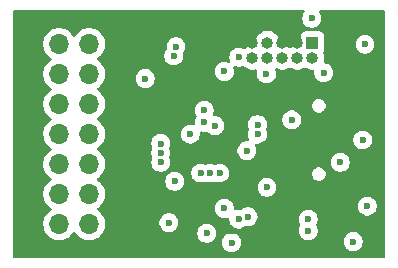
<source format=gbr>
%TF.GenerationSoftware,KiCad,Pcbnew,9.0.0*%
%TF.CreationDate,2025-06-23T18:52:11-04:00*%
%TF.ProjectId,CRSF_PWM_Gyro,43525346-5f50-4574-9d5f-4779726f2e6b,rev?*%
%TF.SameCoordinates,Original*%
%TF.FileFunction,Copper,L2,Inr*%
%TF.FilePolarity,Positive*%
%FSLAX46Y46*%
G04 Gerber Fmt 4.6, Leading zero omitted, Abs format (unit mm)*
G04 Created by KiCad (PCBNEW 9.0.0) date 2025-06-23 18:52:11*
%MOMM*%
%LPD*%
G01*
G04 APERTURE LIST*
%TA.AperFunction,ComponentPad*%
%ADD10R,1.000000X1.000000*%
%TD*%
%TA.AperFunction,ComponentPad*%
%ADD11O,1.000000X1.000000*%
%TD*%
%TA.AperFunction,ComponentPad*%
%ADD12R,1.700000X1.700000*%
%TD*%
%TA.AperFunction,ComponentPad*%
%ADD13O,1.700000X1.700000*%
%TD*%
%TA.AperFunction,HeatsinkPad*%
%ADD14O,2.100000X1.000000*%
%TD*%
%TA.AperFunction,HeatsinkPad*%
%ADD15O,1.800000X1.000000*%
%TD*%
%TA.AperFunction,ViaPad*%
%ADD16C,0.600000*%
%TD*%
G04 APERTURE END LIST*
D10*
%TO.N,+3.3V*%
%TO.C,SWD1*%
X145850000Y-80775000D03*
D11*
%TO.N,SWD_DIO*%
X145850000Y-82045000D03*
%TO.N,GND*%
X144580000Y-80775000D03*
%TO.N,SWD_CLK*%
X144580000Y-82045000D03*
%TO.N,GND*%
X143310000Y-80775000D03*
%TO.N,SWD_SWO*%
X143310000Y-82045000D03*
%TO.N,unconnected-(SWD1-Pin_7-Pad7)*%
X142040000Y-80775000D03*
%TO.N,unconnected-(SWD1-Pin_8-Pad8)*%
X142040000Y-82045000D03*
%TO.N,GND*%
X140770000Y-80775000D03*
%TO.N,N_RESET*%
X140770000Y-82045000D03*
%TD*%
D12*
%TO.N,GND*%
%TO.C,J2*%
X121863000Y-80880000D03*
D13*
%TO.N,V_ESC*%
X124403000Y-80880000D03*
%TO.N,CRSF_RX_To_MCU*%
X126943000Y-80880000D03*
%TO.N,GND*%
X121863000Y-83420000D03*
%TO.N,V_ESC*%
X124403000Y-83420000D03*
%TO.N,CH1_PWM*%
X126943000Y-83420000D03*
%TO.N,GND*%
X121863000Y-85960000D03*
%TO.N,V_ESC*%
X124403000Y-85960000D03*
%TO.N,CH2_PWM*%
X126943000Y-85960000D03*
%TO.N,GND*%
X121863000Y-88500000D03*
%TO.N,V_ESC*%
X124403000Y-88500000D03*
%TO.N,CH3_PWM*%
X126943000Y-88500000D03*
%TO.N,GND*%
X121863000Y-91040000D03*
%TO.N,V_ESC*%
X124403000Y-91040000D03*
%TO.N,CH4_PWM*%
X126943000Y-91040000D03*
%TO.N,GND*%
X121863000Y-93580000D03*
%TO.N,V_ESC*%
X124403000Y-93580000D03*
%TO.N,CH5_PWM*%
X126943000Y-93580000D03*
%TO.N,GND*%
X121863000Y-96120000D03*
%TO.N,V_ESC*%
X124403000Y-96120000D03*
%TO.N,CH6_PWM*%
X126943000Y-96120000D03*
%TD*%
D14*
%TO.N,GND*%
%TO.C,J1*%
X145895000Y-93320000D03*
D15*
X150075000Y-93320000D03*
D14*
X145895000Y-84680000D03*
D15*
X150075000Y-84680000D03*
%TD*%
D16*
%TO.N,+3.3V*%
X142000000Y-93000000D03*
X140400000Y-95500000D03*
X131700000Y-83798548D03*
X133700000Y-96000000D03*
X145800000Y-78700000D03*
X139600000Y-82000000D03*
X138400000Y-94800000D03*
X150500000Y-94600000D03*
X150300000Y-80900000D03*
%TO.N,GND*%
X133700000Y-97200000D03*
X142100000Y-98300000D03*
X129600000Y-89700000D03*
X130600000Y-90800000D03*
X137600000Y-78500000D03*
X134100000Y-82900000D03*
X132700000Y-93600000D03*
X151300000Y-83100000D03*
X129600000Y-88500000D03*
X129600000Y-87300000D03*
X141600000Y-95500000D03*
X130100000Y-92400000D03*
X130100000Y-93600000D03*
X135400000Y-94800000D03*
X142100000Y-97100000D03*
X132700000Y-92400000D03*
X139562133Y-94338618D03*
X129600000Y-86100000D03*
X142900000Y-78700000D03*
X142800000Y-95100000D03*
X139000001Y-96695436D03*
X138800000Y-79900000D03*
X132824151Y-87456609D03*
X132000000Y-85600000D03*
%TO.N,N_RESET*%
X135500000Y-88500000D03*
X134100000Y-81900000D03*
X138400000Y-83200000D03*
%TO.N,CRSF_RX_To_MCU*%
X137600000Y-87800000D03*
%TO.N,Net-(J1-CC2)*%
X149300000Y-97600000D03*
X150100000Y-89000000D03*
%TO.N,CH2_PWM*%
X136700000Y-87500000D03*
%TO.N,CH4_PWM*%
X133000000Y-90100000D03*
%TO.N,CH6_PWM*%
X134200000Y-92500000D03*
%TO.N,CH5_PWM*%
X133000000Y-90900000D03*
%TO.N,CH1_PWM*%
X136700000Y-86500000D03*
%TO.N,CH3_PWM*%
X133000000Y-89300000D03*
%TO.N,Net-(MT1-AP_SDA{slash}AP_SDIO{slash}AP_SDI)*%
X138000000Y-91800000D03*
X139601000Y-95700000D03*
%TO.N,Net-(MT1-AP_SCL{slash}AP_SCLK)*%
X136400000Y-91800000D03*
X136900000Y-96900000D03*
%TO.N,Net-(MT1-AP_SDO{slash}AP_AD0)*%
X137200000Y-91800000D03*
X139000000Y-97700000D03*
%TO.N,Net-(SW1-A)*%
X146800000Y-83300000D03*
X140300000Y-89900000D03*
%TO.N,STATUS_LED_BLUE*%
X145500000Y-95725000D03*
X141200000Y-87700000D03*
%TO.N,STATUS_LED_RED*%
X141200000Y-88500000D03*
X145500000Y-96675000D03*
%TO.N,SWD_SWO*%
X141955000Y-83400000D03*
%TO.N,Net-(D1-A-Pad2)*%
X144100000Y-87300000D03*
X148200000Y-90900000D03*
X134300000Y-81100000D03*
%TD*%
%TA.AperFunction,Conductor*%
%TO.N,GND*%
G36*
X145082401Y-78003363D02*
G01*
X145092485Y-78002097D01*
X145115359Y-78013040D01*
X145139689Y-78020185D01*
X145146343Y-78027865D01*
X145155513Y-78032252D01*
X145168840Y-78053828D01*
X145185444Y-78072989D01*
X145186890Y-78083047D01*
X145192232Y-78091695D01*
X145191779Y-78117047D01*
X145195388Y-78142147D01*
X145191132Y-78153253D01*
X145190984Y-78161553D01*
X145175752Y-78193391D01*
X145090609Y-78320814D01*
X145090602Y-78320827D01*
X145030264Y-78466498D01*
X145030261Y-78466510D01*
X144999500Y-78621153D01*
X144999500Y-78778846D01*
X145030261Y-78933489D01*
X145030264Y-78933501D01*
X145090602Y-79079172D01*
X145090609Y-79079185D01*
X145178210Y-79210288D01*
X145178213Y-79210292D01*
X145289707Y-79321786D01*
X145289711Y-79321789D01*
X145420814Y-79409390D01*
X145420827Y-79409397D01*
X145566498Y-79469735D01*
X145566503Y-79469737D01*
X145721153Y-79500499D01*
X145721156Y-79500500D01*
X145721158Y-79500500D01*
X145878844Y-79500500D01*
X145878845Y-79500499D01*
X146033497Y-79469737D01*
X146179179Y-79409394D01*
X146310289Y-79321789D01*
X146421789Y-79210289D01*
X146509394Y-79079179D01*
X146569737Y-78933497D01*
X146600500Y-78778842D01*
X146600500Y-78621158D01*
X146600500Y-78621155D01*
X146600499Y-78621153D01*
X146569738Y-78466510D01*
X146569737Y-78466503D01*
X146569735Y-78466498D01*
X146509397Y-78320827D01*
X146509390Y-78320814D01*
X146424248Y-78193391D01*
X146403370Y-78126714D01*
X146421854Y-78059334D01*
X146473833Y-78012643D01*
X146527350Y-78000500D01*
X151875500Y-78000500D01*
X151942539Y-78020185D01*
X151988294Y-78072989D01*
X151999500Y-78124500D01*
X151999500Y-98875500D01*
X151979815Y-98942539D01*
X151927011Y-98988294D01*
X151875500Y-98999500D01*
X120624500Y-98999500D01*
X120557461Y-98979815D01*
X120511706Y-98927011D01*
X120500500Y-98875500D01*
X120500500Y-80773713D01*
X123052500Y-80773713D01*
X123052500Y-80986286D01*
X123082998Y-81178846D01*
X123085754Y-81196243D01*
X123146705Y-81383831D01*
X123151444Y-81398414D01*
X123247951Y-81587820D01*
X123372890Y-81759786D01*
X123523213Y-81910109D01*
X123695182Y-82035050D01*
X123703946Y-82039516D01*
X123754742Y-82087491D01*
X123771536Y-82155312D01*
X123748998Y-82221447D01*
X123703946Y-82260484D01*
X123695182Y-82264949D01*
X123523213Y-82389890D01*
X123372890Y-82540213D01*
X123247951Y-82712179D01*
X123151444Y-82901585D01*
X123085753Y-83103760D01*
X123052500Y-83313713D01*
X123052500Y-83526286D01*
X123085753Y-83736239D01*
X123085753Y-83736241D01*
X123085754Y-83736243D01*
X123142306Y-83910292D01*
X123151444Y-83938414D01*
X123247951Y-84127820D01*
X123372890Y-84299786D01*
X123523213Y-84450109D01*
X123695182Y-84575050D01*
X123703946Y-84579516D01*
X123754742Y-84627491D01*
X123771536Y-84695312D01*
X123748998Y-84761447D01*
X123703946Y-84800484D01*
X123695182Y-84804949D01*
X123523213Y-84929890D01*
X123372890Y-85080213D01*
X123247951Y-85252179D01*
X123151444Y-85441585D01*
X123085753Y-85643760D01*
X123052500Y-85853713D01*
X123052500Y-86066286D01*
X123084210Y-86266498D01*
X123085754Y-86276243D01*
X123132838Y-86421153D01*
X123151444Y-86478414D01*
X123247951Y-86667820D01*
X123372890Y-86839786D01*
X123523213Y-86990109D01*
X123695182Y-87115050D01*
X123703946Y-87119516D01*
X123754742Y-87167491D01*
X123771536Y-87235312D01*
X123748998Y-87301447D01*
X123703946Y-87340484D01*
X123695182Y-87344949D01*
X123523213Y-87469890D01*
X123372890Y-87620213D01*
X123247951Y-87792179D01*
X123151444Y-87981585D01*
X123085753Y-88183760D01*
X123052500Y-88393713D01*
X123052500Y-88606286D01*
X123081551Y-88789711D01*
X123085754Y-88816243D01*
X123148803Y-89010288D01*
X123151444Y-89018414D01*
X123247951Y-89207820D01*
X123372890Y-89379786D01*
X123523213Y-89530109D01*
X123695182Y-89655050D01*
X123703946Y-89659516D01*
X123754742Y-89707491D01*
X123771536Y-89775312D01*
X123748998Y-89841447D01*
X123703946Y-89880484D01*
X123695182Y-89884949D01*
X123523213Y-90009890D01*
X123372890Y-90160213D01*
X123247951Y-90332179D01*
X123151444Y-90521585D01*
X123085753Y-90723760D01*
X123052500Y-90933713D01*
X123052500Y-91146286D01*
X123079142Y-91314500D01*
X123085754Y-91356243D01*
X123144367Y-91536635D01*
X123151444Y-91558414D01*
X123247951Y-91747820D01*
X123372890Y-91919786D01*
X123523213Y-92070109D01*
X123695182Y-92195050D01*
X123703946Y-92199516D01*
X123754742Y-92247491D01*
X123771536Y-92315312D01*
X123748998Y-92381447D01*
X123703946Y-92420484D01*
X123695182Y-92424949D01*
X123523213Y-92549890D01*
X123372890Y-92700213D01*
X123247951Y-92872179D01*
X123151444Y-93061585D01*
X123085753Y-93263760D01*
X123052500Y-93473713D01*
X123052500Y-93686286D01*
X123084861Y-93890609D01*
X123085754Y-93896243D01*
X123148905Y-94090602D01*
X123151444Y-94098414D01*
X123247951Y-94287820D01*
X123372890Y-94459786D01*
X123523213Y-94610109D01*
X123695182Y-94735050D01*
X123703946Y-94739516D01*
X123754742Y-94787491D01*
X123771536Y-94855312D01*
X123748998Y-94921447D01*
X123703946Y-94960484D01*
X123695182Y-94964949D01*
X123523213Y-95089890D01*
X123372890Y-95240213D01*
X123247951Y-95412179D01*
X123151444Y-95601585D01*
X123085753Y-95803760D01*
X123052500Y-96013713D01*
X123052500Y-96226286D01*
X123081501Y-96409394D01*
X123085754Y-96436243D01*
X123113235Y-96520821D01*
X123151444Y-96638414D01*
X123247951Y-96827820D01*
X123372890Y-96999786D01*
X123523213Y-97150109D01*
X123695179Y-97275048D01*
X123695181Y-97275049D01*
X123695184Y-97275051D01*
X123884588Y-97371557D01*
X124086757Y-97437246D01*
X124296713Y-97470500D01*
X124296714Y-97470500D01*
X124509286Y-97470500D01*
X124509287Y-97470500D01*
X124719243Y-97437246D01*
X124921412Y-97371557D01*
X125110816Y-97275051D01*
X125132789Y-97259086D01*
X125282786Y-97150109D01*
X125282788Y-97150106D01*
X125282792Y-97150104D01*
X125433104Y-96999792D01*
X125433106Y-96999788D01*
X125433109Y-96999786D01*
X125558048Y-96827820D01*
X125558047Y-96827820D01*
X125558051Y-96827816D01*
X125562514Y-96819054D01*
X125610488Y-96768259D01*
X125678308Y-96751463D01*
X125744444Y-96773999D01*
X125783486Y-96819056D01*
X125787951Y-96827820D01*
X125912890Y-96999786D01*
X126063213Y-97150109D01*
X126235179Y-97275048D01*
X126235181Y-97275049D01*
X126235184Y-97275051D01*
X126424588Y-97371557D01*
X126626757Y-97437246D01*
X126836713Y-97470500D01*
X126836714Y-97470500D01*
X127049286Y-97470500D01*
X127049287Y-97470500D01*
X127259243Y-97437246D01*
X127461412Y-97371557D01*
X127650816Y-97275051D01*
X127672789Y-97259086D01*
X127822786Y-97150109D01*
X127822788Y-97150106D01*
X127822792Y-97150104D01*
X127973104Y-96999792D01*
X127973106Y-96999788D01*
X127973109Y-96999786D01*
X128098048Y-96827820D01*
X128098047Y-96827820D01*
X128098051Y-96827816D01*
X128101446Y-96821153D01*
X136099500Y-96821153D01*
X136099500Y-96978846D01*
X136130261Y-97133489D01*
X136130264Y-97133501D01*
X136190602Y-97279172D01*
X136190609Y-97279185D01*
X136278210Y-97410288D01*
X136278213Y-97410292D01*
X136389707Y-97521786D01*
X136389711Y-97521789D01*
X136520814Y-97609390D01*
X136520827Y-97609397D01*
X136666498Y-97669735D01*
X136666503Y-97669737D01*
X136821153Y-97700499D01*
X136821156Y-97700500D01*
X136821158Y-97700500D01*
X136978844Y-97700500D01*
X136978845Y-97700499D01*
X137133497Y-97669737D01*
X137250790Y-97621153D01*
X138199500Y-97621153D01*
X138199500Y-97778846D01*
X138230261Y-97933489D01*
X138230264Y-97933501D01*
X138290602Y-98079172D01*
X138290609Y-98079185D01*
X138378210Y-98210288D01*
X138378213Y-98210292D01*
X138489707Y-98321786D01*
X138489711Y-98321789D01*
X138620814Y-98409390D01*
X138620827Y-98409397D01*
X138766498Y-98469735D01*
X138766503Y-98469737D01*
X138921153Y-98500499D01*
X138921156Y-98500500D01*
X138921158Y-98500500D01*
X139078844Y-98500500D01*
X139078845Y-98500499D01*
X139233497Y-98469737D01*
X139379179Y-98409394D01*
X139510289Y-98321789D01*
X139621789Y-98210289D01*
X139709394Y-98079179D01*
X139769737Y-97933497D01*
X139800500Y-97778842D01*
X139800500Y-97621158D01*
X139800500Y-97621155D01*
X139800499Y-97621153D01*
X139780734Y-97521788D01*
X139780608Y-97521153D01*
X148499500Y-97521153D01*
X148499500Y-97678846D01*
X148530261Y-97833489D01*
X148530264Y-97833501D01*
X148590602Y-97979172D01*
X148590609Y-97979185D01*
X148678210Y-98110288D01*
X148678213Y-98110292D01*
X148789707Y-98221786D01*
X148789711Y-98221789D01*
X148920814Y-98309390D01*
X148920827Y-98309397D01*
X149066498Y-98369735D01*
X149066503Y-98369737D01*
X149221153Y-98400499D01*
X149221156Y-98400500D01*
X149221158Y-98400500D01*
X149378844Y-98400500D01*
X149378845Y-98400499D01*
X149533497Y-98369737D01*
X149679179Y-98309394D01*
X149810289Y-98221789D01*
X149921789Y-98110289D01*
X150009394Y-97979179D01*
X150069737Y-97833497D01*
X150100500Y-97678842D01*
X150100500Y-97521158D01*
X150100500Y-97521155D01*
X150100499Y-97521153D01*
X150078447Y-97410292D01*
X150069737Y-97366503D01*
X150040861Y-97296789D01*
X150009397Y-97220827D01*
X150009390Y-97220814D01*
X149921789Y-97089711D01*
X149921786Y-97089707D01*
X149810292Y-96978213D01*
X149810288Y-96978210D01*
X149679185Y-96890609D01*
X149679172Y-96890602D01*
X149533501Y-96830264D01*
X149533489Y-96830261D01*
X149378845Y-96799500D01*
X149378842Y-96799500D01*
X149221158Y-96799500D01*
X149221155Y-96799500D01*
X149066510Y-96830261D01*
X149066498Y-96830264D01*
X148920827Y-96890602D01*
X148920814Y-96890609D01*
X148789711Y-96978210D01*
X148789707Y-96978213D01*
X148678213Y-97089707D01*
X148678210Y-97089711D01*
X148590609Y-97220814D01*
X148590602Y-97220827D01*
X148530264Y-97366498D01*
X148530261Y-97366510D01*
X148499500Y-97521153D01*
X139780608Y-97521153D01*
X139769737Y-97466503D01*
X139760721Y-97444737D01*
X139709397Y-97320827D01*
X139709390Y-97320814D01*
X139621789Y-97189711D01*
X139621786Y-97189707D01*
X139510292Y-97078213D01*
X139510288Y-97078210D01*
X139379185Y-96990609D01*
X139379172Y-96990602D01*
X139233501Y-96930264D01*
X139233489Y-96930261D01*
X139078845Y-96899500D01*
X139078842Y-96899500D01*
X138921158Y-96899500D01*
X138921155Y-96899500D01*
X138766510Y-96930261D01*
X138766498Y-96930264D01*
X138620827Y-96990602D01*
X138620814Y-96990609D01*
X138489711Y-97078210D01*
X138489707Y-97078213D01*
X138378213Y-97189707D01*
X138378210Y-97189711D01*
X138290609Y-97320814D01*
X138290602Y-97320827D01*
X138230264Y-97466498D01*
X138230261Y-97466510D01*
X138199500Y-97621153D01*
X137250790Y-97621153D01*
X137279179Y-97609394D01*
X137410289Y-97521789D01*
X137521789Y-97410289D01*
X137609394Y-97279179D01*
X137669737Y-97133497D01*
X137700500Y-96978842D01*
X137700500Y-96821158D01*
X137700500Y-96821155D01*
X137700499Y-96821153D01*
X137678269Y-96709397D01*
X137669737Y-96666503D01*
X137658102Y-96638414D01*
X137609397Y-96520827D01*
X137609390Y-96520814D01*
X137521789Y-96389711D01*
X137521786Y-96389707D01*
X137410292Y-96278213D01*
X137410288Y-96278210D01*
X137279185Y-96190609D01*
X137279172Y-96190602D01*
X137133501Y-96130264D01*
X137133489Y-96130261D01*
X136978845Y-96099500D01*
X136978842Y-96099500D01*
X136821158Y-96099500D01*
X136821155Y-96099500D01*
X136666510Y-96130261D01*
X136666498Y-96130264D01*
X136520827Y-96190602D01*
X136520814Y-96190609D01*
X136389711Y-96278210D01*
X136389707Y-96278213D01*
X136278213Y-96389707D01*
X136278210Y-96389711D01*
X136190609Y-96520814D01*
X136190602Y-96520827D01*
X136130264Y-96666498D01*
X136130261Y-96666510D01*
X136099500Y-96821153D01*
X128101446Y-96821153D01*
X128194557Y-96638412D01*
X128260246Y-96436243D01*
X128293500Y-96226287D01*
X128293500Y-96013713D01*
X128278840Y-95921153D01*
X132899500Y-95921153D01*
X132899500Y-96078846D01*
X132930261Y-96233489D01*
X132930264Y-96233501D01*
X132990602Y-96379172D01*
X132990609Y-96379185D01*
X133078210Y-96510288D01*
X133078213Y-96510292D01*
X133189707Y-96621786D01*
X133189711Y-96621789D01*
X133320814Y-96709390D01*
X133320827Y-96709397D01*
X133428138Y-96753846D01*
X133466503Y-96769737D01*
X133616131Y-96799500D01*
X133621153Y-96800499D01*
X133621156Y-96800500D01*
X133621158Y-96800500D01*
X133778844Y-96800500D01*
X133778845Y-96800499D01*
X133933497Y-96769737D01*
X134079179Y-96709394D01*
X134210289Y-96621789D01*
X134321789Y-96510289D01*
X134409394Y-96379179D01*
X134469737Y-96233497D01*
X134500500Y-96078842D01*
X134500500Y-95921158D01*
X134500500Y-95921155D01*
X134500499Y-95921153D01*
X134477165Y-95803846D01*
X134469737Y-95766503D01*
X134456062Y-95733489D01*
X134409397Y-95620827D01*
X134409390Y-95620814D01*
X134321789Y-95489711D01*
X134321786Y-95489707D01*
X134210292Y-95378213D01*
X134210288Y-95378210D01*
X134079185Y-95290609D01*
X134079172Y-95290602D01*
X133933501Y-95230264D01*
X133933489Y-95230261D01*
X133778845Y-95199500D01*
X133778842Y-95199500D01*
X133621158Y-95199500D01*
X133621155Y-95199500D01*
X133466510Y-95230261D01*
X133466498Y-95230264D01*
X133320827Y-95290602D01*
X133320814Y-95290609D01*
X133189711Y-95378210D01*
X133189707Y-95378213D01*
X133078213Y-95489707D01*
X133078210Y-95489711D01*
X132990609Y-95620814D01*
X132990602Y-95620827D01*
X132930264Y-95766498D01*
X132930261Y-95766510D01*
X132899500Y-95921153D01*
X128278840Y-95921153D01*
X128260246Y-95803757D01*
X128194557Y-95601588D01*
X128098051Y-95412184D01*
X128098049Y-95412181D01*
X128098048Y-95412179D01*
X127973109Y-95240213D01*
X127822786Y-95089890D01*
X127650820Y-94964951D01*
X127650115Y-94964591D01*
X127642054Y-94960485D01*
X127591259Y-94912512D01*
X127574463Y-94844692D01*
X127596999Y-94778556D01*
X127626785Y-94748735D01*
X127634086Y-94743575D01*
X127650816Y-94735051D01*
X127669945Y-94721153D01*
X137599500Y-94721153D01*
X137599500Y-94878846D01*
X137630261Y-95033489D01*
X137630264Y-95033501D01*
X137690602Y-95179172D01*
X137690609Y-95179185D01*
X137778210Y-95310288D01*
X137778213Y-95310292D01*
X137889707Y-95421786D01*
X137889711Y-95421789D01*
X138020814Y-95509390D01*
X138020827Y-95509397D01*
X138166498Y-95569735D01*
X138166503Y-95569737D01*
X138321153Y-95600499D01*
X138321156Y-95600500D01*
X138321158Y-95600500D01*
X138478844Y-95600500D01*
X138478845Y-95600499D01*
X138633497Y-95569737D01*
X138633509Y-95569731D01*
X138639324Y-95567969D01*
X138640060Y-95570396D01*
X138698512Y-95564110D01*
X138760992Y-95595383D01*
X138796647Y-95655470D01*
X138800500Y-95686141D01*
X138800500Y-95778846D01*
X138831261Y-95933489D01*
X138831264Y-95933501D01*
X138891602Y-96079172D01*
X138891609Y-96079185D01*
X138979210Y-96210288D01*
X138979213Y-96210292D01*
X139090707Y-96321786D01*
X139090711Y-96321789D01*
X139221814Y-96409390D01*
X139221827Y-96409397D01*
X139299356Y-96441510D01*
X139367503Y-96469737D01*
X139522153Y-96500499D01*
X139522156Y-96500500D01*
X139522158Y-96500500D01*
X139679844Y-96500500D01*
X139679845Y-96500499D01*
X139834497Y-96469737D01*
X139980179Y-96409394D01*
X140111289Y-96321789D01*
X140116997Y-96316080D01*
X140178315Y-96282595D01*
X140228871Y-96282143D01*
X140321155Y-96300500D01*
X140321158Y-96300500D01*
X140478844Y-96300500D01*
X140478845Y-96300499D01*
X140633497Y-96269737D01*
X140779179Y-96209394D01*
X140910289Y-96121789D01*
X141021789Y-96010289D01*
X141109394Y-95879179D01*
X141169737Y-95733497D01*
X141187111Y-95646153D01*
X144699500Y-95646153D01*
X144699500Y-95803846D01*
X144730261Y-95958489D01*
X144730264Y-95958501D01*
X144790602Y-96104171D01*
X144790603Y-96104172D01*
X144790606Y-96104179D01*
X144790609Y-96104184D01*
X144790610Y-96104185D01*
X144808601Y-96131112D01*
X144829477Y-96197790D01*
X144810991Y-96265169D01*
X144808601Y-96268888D01*
X144790610Y-96295814D01*
X144790602Y-96295828D01*
X144730264Y-96441498D01*
X144730261Y-96441510D01*
X144699500Y-96596153D01*
X144699500Y-96753846D01*
X144730261Y-96908489D01*
X144730264Y-96908501D01*
X144790602Y-97054172D01*
X144790609Y-97054185D01*
X144878210Y-97185288D01*
X144878213Y-97185292D01*
X144989707Y-97296786D01*
X144989711Y-97296789D01*
X145120814Y-97384390D01*
X145120827Y-97384397D01*
X145248418Y-97437246D01*
X145266503Y-97444737D01*
X145421153Y-97475499D01*
X145421156Y-97475500D01*
X145421158Y-97475500D01*
X145578844Y-97475500D01*
X145578845Y-97475499D01*
X145733497Y-97444737D01*
X145791710Y-97420624D01*
X145840284Y-97400505D01*
X145879173Y-97384397D01*
X145879176Y-97384395D01*
X145879179Y-97384394D01*
X146010289Y-97296789D01*
X146121789Y-97185289D01*
X146209394Y-97054179D01*
X146269737Y-96908497D01*
X146300500Y-96753842D01*
X146300500Y-96596158D01*
X146300500Y-96596155D01*
X146300499Y-96596153D01*
X146297614Y-96581650D01*
X146269737Y-96441503D01*
X146267557Y-96436239D01*
X146209397Y-96295827D01*
X146209389Y-96295812D01*
X146191401Y-96268892D01*
X146170522Y-96202215D01*
X146189006Y-96134835D01*
X146191401Y-96131108D01*
X146209389Y-96104187D01*
X146209390Y-96104184D01*
X146209394Y-96104179D01*
X146269737Y-95958497D01*
X146300500Y-95803842D01*
X146300500Y-95646158D01*
X146300500Y-95646155D01*
X146300499Y-95646153D01*
X146284947Y-95567969D01*
X146269737Y-95491503D01*
X146240861Y-95421789D01*
X146209397Y-95345827D01*
X146209390Y-95345814D01*
X146121789Y-95214711D01*
X146121786Y-95214707D01*
X146010292Y-95103213D01*
X146010288Y-95103210D01*
X145879185Y-95015609D01*
X145879172Y-95015602D01*
X145733501Y-94955264D01*
X145733489Y-94955261D01*
X145578845Y-94924500D01*
X145578842Y-94924500D01*
X145421158Y-94924500D01*
X145421155Y-94924500D01*
X145266510Y-94955261D01*
X145266498Y-94955264D01*
X145120827Y-95015602D01*
X145120814Y-95015609D01*
X144989711Y-95103210D01*
X144989707Y-95103213D01*
X144878213Y-95214707D01*
X144878210Y-95214711D01*
X144790609Y-95345814D01*
X144790602Y-95345827D01*
X144730264Y-95491498D01*
X144730261Y-95491510D01*
X144699500Y-95646153D01*
X141187111Y-95646153D01*
X141192150Y-95620821D01*
X141193134Y-95615875D01*
X141193134Y-95615874D01*
X141200500Y-95578844D01*
X141200500Y-95421155D01*
X141200499Y-95421153D01*
X141190271Y-95369735D01*
X141169737Y-95266503D01*
X141169735Y-95266498D01*
X141109397Y-95120827D01*
X141109390Y-95120814D01*
X141021789Y-94989711D01*
X141021786Y-94989707D01*
X140910292Y-94878213D01*
X140910288Y-94878210D01*
X140779185Y-94790609D01*
X140779172Y-94790602D01*
X140633501Y-94730264D01*
X140633489Y-94730261D01*
X140478845Y-94699500D01*
X140478842Y-94699500D01*
X140321158Y-94699500D01*
X140321155Y-94699500D01*
X140166510Y-94730261D01*
X140166498Y-94730264D01*
X140020827Y-94790602D01*
X140020814Y-94790609D01*
X139889714Y-94878208D01*
X139883997Y-94883925D01*
X139822672Y-94917407D01*
X139772129Y-94917856D01*
X139679846Y-94899500D01*
X139679842Y-94899500D01*
X139522158Y-94899500D01*
X139522155Y-94899500D01*
X139367510Y-94930261D01*
X139361676Y-94932031D01*
X139360944Y-94929618D01*
X139302400Y-94935873D01*
X139239942Y-94904555D01*
X139204331Y-94844442D01*
X139200500Y-94813858D01*
X139200500Y-94721155D01*
X139200499Y-94721153D01*
X139196192Y-94699500D01*
X139169737Y-94566503D01*
X139150955Y-94521158D01*
X139150953Y-94521153D01*
X149699500Y-94521153D01*
X149699500Y-94678846D01*
X149730261Y-94833489D01*
X149730264Y-94833501D01*
X149790602Y-94979172D01*
X149790609Y-94979185D01*
X149878210Y-95110288D01*
X149878213Y-95110292D01*
X149989707Y-95221786D01*
X149989711Y-95221789D01*
X150120814Y-95309390D01*
X150120827Y-95309397D01*
X150266498Y-95369735D01*
X150266503Y-95369737D01*
X150421153Y-95400499D01*
X150421156Y-95400500D01*
X150421158Y-95400500D01*
X150578844Y-95400500D01*
X150578845Y-95400499D01*
X150733497Y-95369737D01*
X150879179Y-95309394D01*
X151010289Y-95221789D01*
X151121789Y-95110289D01*
X151209394Y-94979179D01*
X151269737Y-94833497D01*
X151300500Y-94678842D01*
X151300500Y-94521158D01*
X151300500Y-94521155D01*
X151300499Y-94521153D01*
X151280543Y-94420827D01*
X151269737Y-94366503D01*
X151237929Y-94289711D01*
X151209397Y-94220827D01*
X151209390Y-94220814D01*
X151121789Y-94089711D01*
X151121786Y-94089707D01*
X151010292Y-93978213D01*
X151010288Y-93978210D01*
X150879185Y-93890609D01*
X150879172Y-93890602D01*
X150733501Y-93830264D01*
X150733489Y-93830261D01*
X150578845Y-93799500D01*
X150578842Y-93799500D01*
X150421158Y-93799500D01*
X150421155Y-93799500D01*
X150266510Y-93830261D01*
X150266498Y-93830264D01*
X150120827Y-93890602D01*
X150120814Y-93890609D01*
X149989711Y-93978210D01*
X149989707Y-93978213D01*
X149878213Y-94089707D01*
X149878210Y-94089711D01*
X149790609Y-94220814D01*
X149790602Y-94220827D01*
X149730264Y-94366498D01*
X149730261Y-94366510D01*
X149699500Y-94521153D01*
X139150953Y-94521153D01*
X139109397Y-94420827D01*
X139109390Y-94420814D01*
X139021789Y-94289711D01*
X139021786Y-94289707D01*
X138910292Y-94178213D01*
X138910288Y-94178210D01*
X138779185Y-94090609D01*
X138779172Y-94090602D01*
X138633501Y-94030264D01*
X138633489Y-94030261D01*
X138478845Y-93999500D01*
X138478842Y-93999500D01*
X138321158Y-93999500D01*
X138321155Y-93999500D01*
X138166510Y-94030261D01*
X138166498Y-94030264D01*
X138020827Y-94090602D01*
X138020814Y-94090609D01*
X137889711Y-94178210D01*
X137889707Y-94178213D01*
X137778213Y-94289707D01*
X137778210Y-94289711D01*
X137690609Y-94420814D01*
X137690602Y-94420827D01*
X137630264Y-94566498D01*
X137630261Y-94566510D01*
X137599500Y-94721153D01*
X127669945Y-94721153D01*
X127822792Y-94610104D01*
X127973104Y-94459792D01*
X127973106Y-94459788D01*
X127973109Y-94459786D01*
X128098048Y-94287820D01*
X128098047Y-94287820D01*
X128098051Y-94287816D01*
X128194557Y-94098412D01*
X128260246Y-93896243D01*
X128293500Y-93686287D01*
X128293500Y-93473713D01*
X128260246Y-93263757D01*
X128194557Y-93061588D01*
X128098051Y-92872184D01*
X128098049Y-92872181D01*
X128098048Y-92872179D01*
X127973109Y-92700213D01*
X127822792Y-92549896D01*
X127782228Y-92520425D01*
X127650816Y-92424949D01*
X127643366Y-92421153D01*
X133399500Y-92421153D01*
X133399500Y-92578846D01*
X133430261Y-92733489D01*
X133430264Y-92733501D01*
X133490602Y-92879172D01*
X133490609Y-92879185D01*
X133578210Y-93010288D01*
X133578213Y-93010292D01*
X133689707Y-93121786D01*
X133689711Y-93121789D01*
X133820814Y-93209390D01*
X133820827Y-93209397D01*
X133952066Y-93263757D01*
X133966503Y-93269737D01*
X134121153Y-93300499D01*
X134121156Y-93300500D01*
X134121158Y-93300500D01*
X134278844Y-93300500D01*
X134278845Y-93300499D01*
X134433497Y-93269737D01*
X134579179Y-93209394D01*
X134710289Y-93121789D01*
X134821789Y-93010289D01*
X134881348Y-92921153D01*
X141199500Y-92921153D01*
X141199500Y-93078846D01*
X141230261Y-93233489D01*
X141230264Y-93233501D01*
X141290602Y-93379172D01*
X141290609Y-93379185D01*
X141378210Y-93510288D01*
X141378213Y-93510292D01*
X141489707Y-93621786D01*
X141489711Y-93621789D01*
X141620814Y-93709390D01*
X141620827Y-93709397D01*
X141766498Y-93769735D01*
X141766503Y-93769737D01*
X141916131Y-93799500D01*
X141921153Y-93800499D01*
X141921156Y-93800500D01*
X141921158Y-93800500D01*
X142078844Y-93800500D01*
X142078845Y-93800499D01*
X142233497Y-93769737D01*
X142379179Y-93709394D01*
X142510289Y-93621789D01*
X142621789Y-93510289D01*
X142709394Y-93379179D01*
X142769737Y-93233497D01*
X142800500Y-93078842D01*
X142800500Y-92921158D01*
X142800500Y-92921155D01*
X142800499Y-92921153D01*
X142769738Y-92766510D01*
X142769737Y-92766503D01*
X142742277Y-92700208D01*
X142709397Y-92620827D01*
X142709390Y-92620814D01*
X142621789Y-92489711D01*
X142621786Y-92489707D01*
X142510292Y-92378213D01*
X142510288Y-92378210D01*
X142379185Y-92290609D01*
X142379172Y-92290602D01*
X142233501Y-92230264D01*
X142233489Y-92230261D01*
X142078845Y-92199500D01*
X142078842Y-92199500D01*
X141921158Y-92199500D01*
X141921155Y-92199500D01*
X141766510Y-92230261D01*
X141766498Y-92230264D01*
X141620827Y-92290602D01*
X141620814Y-92290609D01*
X141489711Y-92378210D01*
X141489707Y-92378213D01*
X141378213Y-92489707D01*
X141378210Y-92489711D01*
X141290609Y-92620814D01*
X141290602Y-92620827D01*
X141230264Y-92766498D01*
X141230261Y-92766510D01*
X141199500Y-92921153D01*
X134881348Y-92921153D01*
X134909394Y-92879179D01*
X134969737Y-92733497D01*
X135000500Y-92578842D01*
X135000500Y-92421158D01*
X135000500Y-92421155D01*
X135000499Y-92421153D01*
X134986448Y-92350514D01*
X134969737Y-92266503D01*
X134969735Y-92266498D01*
X134909397Y-92120827D01*
X134909390Y-92120814D01*
X134821789Y-91989711D01*
X134821786Y-91989707D01*
X134710292Y-91878213D01*
X134710288Y-91878210D01*
X134620429Y-91818168D01*
X134579185Y-91790609D01*
X134579172Y-91790602D01*
X134433501Y-91730264D01*
X134433489Y-91730261D01*
X134387701Y-91721153D01*
X135599500Y-91721153D01*
X135599500Y-91878846D01*
X135630261Y-92033489D01*
X135630264Y-92033501D01*
X135690602Y-92179172D01*
X135690609Y-92179185D01*
X135778210Y-92310288D01*
X135778213Y-92310292D01*
X135889707Y-92421786D01*
X135889711Y-92421789D01*
X136020814Y-92509390D01*
X136020827Y-92509397D01*
X136118602Y-92549896D01*
X136166503Y-92569737D01*
X136321153Y-92600499D01*
X136321156Y-92600500D01*
X136321158Y-92600500D01*
X136478844Y-92600500D01*
X136478845Y-92600499D01*
X136633497Y-92569737D01*
X136752548Y-92520425D01*
X136822017Y-92512956D01*
X136847452Y-92520425D01*
X136918602Y-92549896D01*
X136966503Y-92569737D01*
X137121153Y-92600499D01*
X137121156Y-92600500D01*
X137121158Y-92600500D01*
X137278844Y-92600500D01*
X137278845Y-92600499D01*
X137433497Y-92569737D01*
X137552548Y-92520425D01*
X137622017Y-92512956D01*
X137647452Y-92520425D01*
X137718602Y-92549896D01*
X137766503Y-92569737D01*
X137921153Y-92600499D01*
X137921156Y-92600500D01*
X137921158Y-92600500D01*
X138078844Y-92600500D01*
X138078845Y-92600499D01*
X138233497Y-92569737D01*
X138379179Y-92509394D01*
X138510289Y-92421789D01*
X138621789Y-92310289D01*
X138709394Y-92179179D01*
X138769737Y-92033497D01*
X138800500Y-91878842D01*
X138800500Y-91814234D01*
X145819500Y-91814234D01*
X145819500Y-91965765D01*
X145858719Y-92112136D01*
X145863737Y-92120827D01*
X145934485Y-92243365D01*
X146041635Y-92350515D01*
X146095211Y-92381447D01*
X146163986Y-92421155D01*
X146172865Y-92426281D01*
X146319234Y-92465500D01*
X146319236Y-92465500D01*
X146470764Y-92465500D01*
X146470766Y-92465500D01*
X146617135Y-92426281D01*
X146748365Y-92350515D01*
X146855515Y-92243365D01*
X146931281Y-92112135D01*
X146970500Y-91965766D01*
X146970500Y-91814234D01*
X146931281Y-91667865D01*
X146855515Y-91536635D01*
X146748365Y-91429485D01*
X146682750Y-91391602D01*
X146617136Y-91353719D01*
X146543950Y-91334109D01*
X146470766Y-91314500D01*
X146319234Y-91314500D01*
X146172863Y-91353719D01*
X146041635Y-91429485D01*
X146041632Y-91429487D01*
X145934487Y-91536632D01*
X145934485Y-91536635D01*
X145858719Y-91667863D01*
X145819500Y-91814234D01*
X138800500Y-91814234D01*
X138800500Y-91721158D01*
X138800500Y-91721155D01*
X138800499Y-91721153D01*
X138778269Y-91609397D01*
X138769737Y-91566503D01*
X138769735Y-91566498D01*
X138709397Y-91420827D01*
X138709390Y-91420814D01*
X138621789Y-91289711D01*
X138621786Y-91289707D01*
X138510292Y-91178213D01*
X138510288Y-91178210D01*
X138379185Y-91090609D01*
X138379172Y-91090602D01*
X138233501Y-91030264D01*
X138233489Y-91030261D01*
X138078845Y-90999500D01*
X138078842Y-90999500D01*
X137921158Y-90999500D01*
X137921155Y-90999500D01*
X137766510Y-91030261D01*
X137766498Y-91030264D01*
X137647452Y-91079574D01*
X137577982Y-91087043D01*
X137552548Y-91079574D01*
X137433501Y-91030264D01*
X137433489Y-91030261D01*
X137278845Y-90999500D01*
X137278842Y-90999500D01*
X137121158Y-90999500D01*
X137121155Y-90999500D01*
X136966510Y-91030261D01*
X136966498Y-91030264D01*
X136847452Y-91079574D01*
X136777982Y-91087043D01*
X136752548Y-91079574D01*
X136633501Y-91030264D01*
X136633489Y-91030261D01*
X136478845Y-90999500D01*
X136478842Y-90999500D01*
X136321158Y-90999500D01*
X136321155Y-90999500D01*
X136166510Y-91030261D01*
X136166498Y-91030264D01*
X136020827Y-91090602D01*
X136020814Y-91090609D01*
X135889711Y-91178210D01*
X135889707Y-91178213D01*
X135778213Y-91289707D01*
X135778210Y-91289711D01*
X135690609Y-91420814D01*
X135690602Y-91420827D01*
X135630264Y-91566498D01*
X135630261Y-91566510D01*
X135599500Y-91721153D01*
X134387701Y-91721153D01*
X134278845Y-91699500D01*
X134278842Y-91699500D01*
X134121158Y-91699500D01*
X134121155Y-91699500D01*
X133966510Y-91730261D01*
X133966498Y-91730264D01*
X133820827Y-91790602D01*
X133820814Y-91790609D01*
X133689711Y-91878210D01*
X133689707Y-91878213D01*
X133578213Y-91989707D01*
X133578210Y-91989711D01*
X133490609Y-92120814D01*
X133490602Y-92120827D01*
X133430264Y-92266498D01*
X133430261Y-92266510D01*
X133399500Y-92421153D01*
X127643366Y-92421153D01*
X127634290Y-92416529D01*
X127627155Y-92411525D01*
X127610579Y-92390758D01*
X127591259Y-92372512D01*
X127589119Y-92363873D01*
X127583568Y-92356918D01*
X127580850Y-92330484D01*
X127574463Y-92304692D01*
X127577333Y-92296268D01*
X127576423Y-92287414D01*
X127588428Y-92263706D01*
X127596999Y-92238556D01*
X127604423Y-92232122D01*
X127607989Y-92225082D01*
X127622127Y-92216782D01*
X127642054Y-92199515D01*
X127650816Y-92195051D01*
X127672789Y-92179086D01*
X127822786Y-92070109D01*
X127822788Y-92070106D01*
X127822792Y-92070104D01*
X127973104Y-91919792D01*
X127973106Y-91919788D01*
X127973109Y-91919786D01*
X128098048Y-91747820D01*
X128098047Y-91747820D01*
X128098051Y-91747816D01*
X128194557Y-91558412D01*
X128260246Y-91356243D01*
X128293500Y-91146287D01*
X128293500Y-90933713D01*
X128260246Y-90723757D01*
X128194557Y-90521588D01*
X128098051Y-90332184D01*
X128098049Y-90332181D01*
X128098048Y-90332179D01*
X127973109Y-90160213D01*
X127822786Y-90009890D01*
X127650820Y-89884951D01*
X127650115Y-89884591D01*
X127642054Y-89880485D01*
X127591259Y-89832512D01*
X127574463Y-89764692D01*
X127596999Y-89698556D01*
X127642054Y-89659515D01*
X127650816Y-89655051D01*
X127696602Y-89621786D01*
X127822786Y-89530109D01*
X127822788Y-89530106D01*
X127822792Y-89530104D01*
X127973104Y-89379792D01*
X127973106Y-89379788D01*
X127973109Y-89379786D01*
X128079393Y-89233497D01*
X128088361Y-89221153D01*
X132199500Y-89221153D01*
X132199500Y-89378846D01*
X132230261Y-89533489D01*
X132230264Y-89533501D01*
X132279574Y-89652548D01*
X132287043Y-89722018D01*
X132279574Y-89747452D01*
X132230264Y-89866498D01*
X132230261Y-89866510D01*
X132199500Y-90021153D01*
X132199500Y-90178846D01*
X132230261Y-90333489D01*
X132230264Y-90333501D01*
X132279574Y-90452548D01*
X132287043Y-90522018D01*
X132279574Y-90547452D01*
X132230264Y-90666498D01*
X132230261Y-90666510D01*
X132199500Y-90821153D01*
X132199500Y-90978846D01*
X132230261Y-91133489D01*
X132230264Y-91133501D01*
X132290602Y-91279172D01*
X132290609Y-91279185D01*
X132378210Y-91410288D01*
X132378213Y-91410292D01*
X132489707Y-91521786D01*
X132489711Y-91521789D01*
X132620814Y-91609390D01*
X132620827Y-91609397D01*
X132766498Y-91669735D01*
X132766503Y-91669737D01*
X132916131Y-91699500D01*
X132921153Y-91700499D01*
X132921156Y-91700500D01*
X132921158Y-91700500D01*
X133078844Y-91700500D01*
X133078845Y-91700499D01*
X133233497Y-91669737D01*
X133379179Y-91609394D01*
X133510289Y-91521789D01*
X133621789Y-91410289D01*
X133709394Y-91279179D01*
X133769737Y-91133497D01*
X133800500Y-90978842D01*
X133800500Y-90821158D01*
X133800500Y-90821155D01*
X133800499Y-90821153D01*
X147399500Y-90821153D01*
X147399500Y-90978846D01*
X147430261Y-91133489D01*
X147430264Y-91133501D01*
X147490602Y-91279172D01*
X147490609Y-91279185D01*
X147578210Y-91410288D01*
X147578213Y-91410292D01*
X147689707Y-91521786D01*
X147689711Y-91521789D01*
X147820814Y-91609390D01*
X147820827Y-91609397D01*
X147966498Y-91669735D01*
X147966503Y-91669737D01*
X148116131Y-91699500D01*
X148121153Y-91700499D01*
X148121156Y-91700500D01*
X148121158Y-91700500D01*
X148278844Y-91700500D01*
X148278845Y-91700499D01*
X148433497Y-91669737D01*
X148579179Y-91609394D01*
X148710289Y-91521789D01*
X148821789Y-91410289D01*
X148909394Y-91279179D01*
X148969737Y-91133497D01*
X149000500Y-90978842D01*
X149000500Y-90821158D01*
X149000500Y-90821155D01*
X149000499Y-90821153D01*
X148981126Y-90723760D01*
X148969737Y-90666503D01*
X148909712Y-90521588D01*
X148909397Y-90520827D01*
X148909390Y-90520814D01*
X148821789Y-90389711D01*
X148821786Y-90389707D01*
X148710292Y-90278213D01*
X148710288Y-90278210D01*
X148579185Y-90190609D01*
X148579172Y-90190602D01*
X148433501Y-90130264D01*
X148433489Y-90130261D01*
X148278845Y-90099500D01*
X148278842Y-90099500D01*
X148121158Y-90099500D01*
X148121155Y-90099500D01*
X147966510Y-90130261D01*
X147966498Y-90130264D01*
X147820827Y-90190602D01*
X147820814Y-90190609D01*
X147689711Y-90278210D01*
X147689707Y-90278213D01*
X147578213Y-90389707D01*
X147578210Y-90389711D01*
X147490609Y-90520814D01*
X147490602Y-90520827D01*
X147430264Y-90666498D01*
X147430261Y-90666510D01*
X147399500Y-90821153D01*
X133800499Y-90821153D01*
X133781126Y-90723760D01*
X133769737Y-90666503D01*
X133720425Y-90547452D01*
X133712956Y-90477983D01*
X133720425Y-90452548D01*
X133745611Y-90391742D01*
X133769737Y-90333497D01*
X133800500Y-90178842D01*
X133800500Y-90021158D01*
X133800500Y-90021155D01*
X133800499Y-90021153D01*
X133798259Y-90009890D01*
X133769737Y-89866503D01*
X133750952Y-89821153D01*
X139499500Y-89821153D01*
X139499500Y-89978846D01*
X139530261Y-90133489D01*
X139530264Y-90133501D01*
X139590602Y-90279172D01*
X139590609Y-90279185D01*
X139678210Y-90410288D01*
X139678213Y-90410292D01*
X139789707Y-90521786D01*
X139789711Y-90521789D01*
X139920814Y-90609390D01*
X139920827Y-90609397D01*
X140058683Y-90666498D01*
X140066503Y-90669737D01*
X140221153Y-90700499D01*
X140221156Y-90700500D01*
X140221158Y-90700500D01*
X140378844Y-90700500D01*
X140378845Y-90700499D01*
X140389179Y-90698443D01*
X140414287Y-90693450D01*
X140414292Y-90693449D01*
X140499800Y-90676439D01*
X140533497Y-90669737D01*
X140679179Y-90609394D01*
X140810289Y-90521789D01*
X140921789Y-90410289D01*
X141009394Y-90279179D01*
X141069737Y-90133497D01*
X141100500Y-89978842D01*
X141100500Y-89821158D01*
X141100500Y-89821155D01*
X141100499Y-89821153D01*
X141096391Y-89800499D01*
X141069737Y-89666503D01*
X141066842Y-89659514D01*
X141009397Y-89520827D01*
X141009393Y-89520820D01*
X141009389Y-89520814D01*
X140988800Y-89490000D01*
X140967923Y-89423324D01*
X140986407Y-89355944D01*
X141038386Y-89309253D01*
X141107356Y-89298077D01*
X141116084Y-89299490D01*
X141121158Y-89300500D01*
X141121160Y-89300500D01*
X141278844Y-89300500D01*
X141278845Y-89300499D01*
X141433497Y-89269737D01*
X141579179Y-89209394D01*
X141710289Y-89121789D01*
X141821789Y-89010289D01*
X141881348Y-88921153D01*
X149299500Y-88921153D01*
X149299500Y-89078846D01*
X149330261Y-89233489D01*
X149330264Y-89233501D01*
X149390602Y-89379172D01*
X149390609Y-89379185D01*
X149478210Y-89510288D01*
X149478213Y-89510292D01*
X149589707Y-89621786D01*
X149589711Y-89621789D01*
X149720814Y-89709390D01*
X149720827Y-89709397D01*
X149812704Y-89747453D01*
X149866503Y-89769737D01*
X150021153Y-89800499D01*
X150021156Y-89800500D01*
X150021158Y-89800500D01*
X150178844Y-89800500D01*
X150178845Y-89800499D01*
X150333497Y-89769737D01*
X150479179Y-89709394D01*
X150610289Y-89621789D01*
X150721789Y-89510289D01*
X150809394Y-89379179D01*
X150869737Y-89233497D01*
X150900500Y-89078842D01*
X150900500Y-88921158D01*
X150900500Y-88921155D01*
X150900499Y-88921153D01*
X150874353Y-88789711D01*
X150869737Y-88766503D01*
X150856062Y-88733489D01*
X150809397Y-88620827D01*
X150809390Y-88620814D01*
X150721789Y-88489711D01*
X150721786Y-88489707D01*
X150610292Y-88378213D01*
X150610288Y-88378210D01*
X150479185Y-88290609D01*
X150479172Y-88290602D01*
X150333501Y-88230264D01*
X150333489Y-88230261D01*
X150178845Y-88199500D01*
X150178842Y-88199500D01*
X150021158Y-88199500D01*
X150021155Y-88199500D01*
X149866510Y-88230261D01*
X149866498Y-88230264D01*
X149720827Y-88290602D01*
X149720814Y-88290609D01*
X149589711Y-88378210D01*
X149589707Y-88378213D01*
X149478213Y-88489707D01*
X149478210Y-88489711D01*
X149390609Y-88620814D01*
X149390602Y-88620827D01*
X149330264Y-88766498D01*
X149330261Y-88766510D01*
X149299500Y-88921153D01*
X141881348Y-88921153D01*
X141909394Y-88879179D01*
X141969737Y-88733497D01*
X142000500Y-88578842D01*
X142000500Y-88421158D01*
X142000500Y-88421155D01*
X142000499Y-88421153D01*
X141978447Y-88310292D01*
X141969737Y-88266503D01*
X141967343Y-88260723D01*
X141920425Y-88147452D01*
X141912956Y-88077983D01*
X141920425Y-88052548D01*
X141938301Y-88009390D01*
X141969737Y-87933497D01*
X142000500Y-87778842D01*
X142000500Y-87621158D01*
X142000500Y-87621155D01*
X142000499Y-87621153D01*
X141994553Y-87591263D01*
X141969737Y-87466503D01*
X141919389Y-87344951D01*
X141909397Y-87320827D01*
X141909390Y-87320814D01*
X141884763Y-87283957D01*
X141842798Y-87221153D01*
X143299500Y-87221153D01*
X143299500Y-87378846D01*
X143330261Y-87533489D01*
X143330264Y-87533501D01*
X143390602Y-87679172D01*
X143390609Y-87679185D01*
X143478210Y-87810288D01*
X143478213Y-87810292D01*
X143589707Y-87921786D01*
X143589711Y-87921789D01*
X143720814Y-88009390D01*
X143720827Y-88009397D01*
X143866498Y-88069735D01*
X143866503Y-88069737D01*
X144018644Y-88100000D01*
X144021153Y-88100499D01*
X144021156Y-88100500D01*
X144021158Y-88100500D01*
X144178844Y-88100500D01*
X144178845Y-88100499D01*
X144333497Y-88069737D01*
X144479179Y-88009394D01*
X144610289Y-87921789D01*
X144721789Y-87810289D01*
X144809394Y-87679179D01*
X144869737Y-87533497D01*
X144900500Y-87378842D01*
X144900500Y-87221158D01*
X144900500Y-87221155D01*
X144900499Y-87221153D01*
X144889825Y-87167491D01*
X144869737Y-87066503D01*
X144857093Y-87035978D01*
X144809397Y-86920827D01*
X144809390Y-86920814D01*
X144721789Y-86789711D01*
X144721786Y-86789707D01*
X144610292Y-86678213D01*
X144610288Y-86678210D01*
X144479185Y-86590609D01*
X144479172Y-86590602D01*
X144333501Y-86530264D01*
X144333489Y-86530261D01*
X144178845Y-86499500D01*
X144178842Y-86499500D01*
X144021158Y-86499500D01*
X144021155Y-86499500D01*
X143866510Y-86530261D01*
X143866498Y-86530264D01*
X143720827Y-86590602D01*
X143720814Y-86590609D01*
X143589711Y-86678210D01*
X143589707Y-86678213D01*
X143478213Y-86789707D01*
X143478210Y-86789711D01*
X143390609Y-86920814D01*
X143390602Y-86920827D01*
X143330264Y-87066498D01*
X143330261Y-87066510D01*
X143299500Y-87221153D01*
X141842798Y-87221153D01*
X141821789Y-87189711D01*
X141821786Y-87189707D01*
X141710292Y-87078213D01*
X141710288Y-87078210D01*
X141579185Y-86990609D01*
X141579172Y-86990602D01*
X141433501Y-86930264D01*
X141433489Y-86930261D01*
X141278845Y-86899500D01*
X141278842Y-86899500D01*
X141121158Y-86899500D01*
X141121155Y-86899500D01*
X140966510Y-86930261D01*
X140966498Y-86930264D01*
X140820827Y-86990602D01*
X140820814Y-86990609D01*
X140689711Y-87078210D01*
X140689707Y-87078213D01*
X140578213Y-87189707D01*
X140578210Y-87189711D01*
X140490609Y-87320814D01*
X140490602Y-87320827D01*
X140430264Y-87466498D01*
X140430261Y-87466510D01*
X140399500Y-87621153D01*
X140399500Y-87778846D01*
X140430261Y-87933489D01*
X140430264Y-87933501D01*
X140479574Y-88052548D01*
X140487043Y-88122018D01*
X140479574Y-88147452D01*
X140430264Y-88266498D01*
X140430261Y-88266510D01*
X140399500Y-88421153D01*
X140399500Y-88578846D01*
X140430261Y-88733489D01*
X140430264Y-88733501D01*
X140490602Y-88879172D01*
X140490609Y-88879185D01*
X140511198Y-88909998D01*
X140532076Y-88976676D01*
X140513592Y-89044056D01*
X140461613Y-89090746D01*
X140392643Y-89101922D01*
X140383909Y-89100507D01*
X140378846Y-89099500D01*
X140378842Y-89099500D01*
X140221158Y-89099500D01*
X140221155Y-89099500D01*
X140066510Y-89130261D01*
X140066498Y-89130264D01*
X139920827Y-89190602D01*
X139920814Y-89190609D01*
X139789711Y-89278210D01*
X139789707Y-89278213D01*
X139678213Y-89389707D01*
X139678210Y-89389711D01*
X139590609Y-89520814D01*
X139590602Y-89520827D01*
X139530264Y-89666498D01*
X139530261Y-89666510D01*
X139499500Y-89821153D01*
X133750952Y-89821153D01*
X133720424Y-89747452D01*
X133712956Y-89677983D01*
X133720425Y-89652548D01*
X133769735Y-89533501D01*
X133769737Y-89533497D01*
X133800500Y-89378842D01*
X133800500Y-89221158D01*
X133800500Y-89221155D01*
X133800499Y-89221153D01*
X133780734Y-89121789D01*
X133769737Y-89066503D01*
X133709534Y-88921158D01*
X133709397Y-88920827D01*
X133709390Y-88920814D01*
X133621789Y-88789711D01*
X133621786Y-88789707D01*
X133510292Y-88678213D01*
X133510288Y-88678210D01*
X133379185Y-88590609D01*
X133379172Y-88590602D01*
X133233501Y-88530264D01*
X133233489Y-88530261D01*
X133078845Y-88499500D01*
X133078842Y-88499500D01*
X132921158Y-88499500D01*
X132921155Y-88499500D01*
X132766510Y-88530261D01*
X132766498Y-88530264D01*
X132620827Y-88590602D01*
X132620814Y-88590609D01*
X132489711Y-88678210D01*
X132489707Y-88678213D01*
X132378213Y-88789707D01*
X132378210Y-88789711D01*
X132290609Y-88920814D01*
X132290602Y-88920827D01*
X132230264Y-89066498D01*
X132230261Y-89066510D01*
X132199500Y-89221153D01*
X128088361Y-89221153D01*
X128098051Y-89207816D01*
X128107155Y-89189947D01*
X128123042Y-89158770D01*
X128170056Y-89066498D01*
X128194557Y-89018412D01*
X128260246Y-88816243D01*
X128293500Y-88606287D01*
X128293500Y-88421153D01*
X134699500Y-88421153D01*
X134699500Y-88578846D01*
X134730261Y-88733489D01*
X134730264Y-88733501D01*
X134790602Y-88879172D01*
X134790609Y-88879185D01*
X134878210Y-89010288D01*
X134878213Y-89010292D01*
X134989707Y-89121786D01*
X134989711Y-89121789D01*
X135120814Y-89209390D01*
X135120827Y-89209397D01*
X135266498Y-89269735D01*
X135266503Y-89269737D01*
X135408977Y-89298077D01*
X135421153Y-89300499D01*
X135421156Y-89300500D01*
X135421158Y-89300500D01*
X135578844Y-89300500D01*
X135578845Y-89300499D01*
X135733497Y-89269737D01*
X135879179Y-89209394D01*
X136010289Y-89121789D01*
X136121789Y-89010289D01*
X136209394Y-88879179D01*
X136269737Y-88733497D01*
X136300500Y-88578842D01*
X136300500Y-88421158D01*
X136300500Y-88421155D01*
X136298030Y-88408741D01*
X136304254Y-88339149D01*
X136347115Y-88283970D01*
X136413004Y-88260723D01*
X136460412Y-88268837D01*
X136460676Y-88267969D01*
X136466492Y-88269732D01*
X136466503Y-88269737D01*
X136621153Y-88300499D01*
X136621156Y-88300500D01*
X136621158Y-88300500D01*
X136778843Y-88300500D01*
X136828602Y-88290602D01*
X136871962Y-88281977D01*
X136941552Y-88288204D01*
X136983834Y-88315913D01*
X137089707Y-88421786D01*
X137089711Y-88421789D01*
X137220814Y-88509390D01*
X137220827Y-88509397D01*
X137366498Y-88569735D01*
X137366503Y-88569737D01*
X137521153Y-88600499D01*
X137521156Y-88600500D01*
X137521158Y-88600500D01*
X137678844Y-88600500D01*
X137678845Y-88600499D01*
X137833497Y-88569737D01*
X137979179Y-88509394D01*
X138110289Y-88421789D01*
X138221789Y-88310289D01*
X138309394Y-88179179D01*
X138369737Y-88033497D01*
X138400500Y-87878842D01*
X138400500Y-87721158D01*
X138400500Y-87721155D01*
X138400499Y-87721153D01*
X138388505Y-87660854D01*
X138369737Y-87566503D01*
X138356062Y-87533489D01*
X138309397Y-87420827D01*
X138309390Y-87420814D01*
X138221789Y-87289711D01*
X138221786Y-87289707D01*
X138110292Y-87178213D01*
X138110288Y-87178210D01*
X137979185Y-87090609D01*
X137979172Y-87090602D01*
X137833501Y-87030264D01*
X137833489Y-87030261D01*
X137678845Y-86999500D01*
X137678842Y-86999500D01*
X137545134Y-86999500D01*
X137478095Y-86979815D01*
X137432340Y-86927011D01*
X137422396Y-86857853D01*
X137430573Y-86828047D01*
X137469737Y-86733497D01*
X137500500Y-86578842D01*
X137500500Y-86421158D01*
X137500500Y-86421155D01*
X137500499Y-86421153D01*
X137471674Y-86276243D01*
X137469737Y-86266503D01*
X137436295Y-86185766D01*
X137409397Y-86120827D01*
X137409395Y-86120823D01*
X137409394Y-86120821D01*
X137351538Y-86034234D01*
X145819500Y-86034234D01*
X145819500Y-86185765D01*
X145858719Y-86332136D01*
X145896602Y-86397750D01*
X145934485Y-86463365D01*
X146041635Y-86570515D01*
X146172865Y-86646281D01*
X146319234Y-86685500D01*
X146319236Y-86685500D01*
X146470764Y-86685500D01*
X146470766Y-86685500D01*
X146617135Y-86646281D01*
X146748365Y-86570515D01*
X146855515Y-86463365D01*
X146931281Y-86332135D01*
X146970500Y-86185766D01*
X146970500Y-86034234D01*
X146931281Y-85887865D01*
X146855515Y-85756635D01*
X146748365Y-85649485D01*
X146682750Y-85611602D01*
X146617136Y-85573719D01*
X146543950Y-85554109D01*
X146470766Y-85534500D01*
X146319234Y-85534500D01*
X146172863Y-85573719D01*
X146041635Y-85649485D01*
X146041632Y-85649487D01*
X145934487Y-85756632D01*
X145934485Y-85756635D01*
X145858719Y-85887863D01*
X145819500Y-86034234D01*
X137351538Y-86034234D01*
X137321789Y-85989711D01*
X137321786Y-85989707D01*
X137210292Y-85878213D01*
X137210288Y-85878210D01*
X137079185Y-85790609D01*
X137079172Y-85790602D01*
X136933501Y-85730264D01*
X136933489Y-85730261D01*
X136778845Y-85699500D01*
X136778842Y-85699500D01*
X136621158Y-85699500D01*
X136621155Y-85699500D01*
X136466510Y-85730261D01*
X136466498Y-85730264D01*
X136320827Y-85790602D01*
X136320814Y-85790609D01*
X136189711Y-85878210D01*
X136189707Y-85878213D01*
X136078213Y-85989707D01*
X136078210Y-85989711D01*
X135990609Y-86120814D01*
X135990602Y-86120827D01*
X135930264Y-86266498D01*
X135930261Y-86266510D01*
X135899500Y-86421153D01*
X135899500Y-86578846D01*
X135930261Y-86733489D01*
X135930264Y-86733501D01*
X135990602Y-86879172D01*
X135990609Y-86879185D01*
X136025304Y-86931109D01*
X136046182Y-86997786D01*
X136027698Y-87065167D01*
X136025304Y-87068891D01*
X135990609Y-87120814D01*
X135990602Y-87120827D01*
X135930264Y-87266498D01*
X135930261Y-87266510D01*
X135899500Y-87421153D01*
X135899500Y-87578846D01*
X135901970Y-87591263D01*
X135895743Y-87660854D01*
X135852880Y-87716032D01*
X135786990Y-87739276D01*
X135739587Y-87731163D01*
X135739324Y-87732031D01*
X135733500Y-87730264D01*
X135733497Y-87730263D01*
X135733492Y-87730262D01*
X135733489Y-87730261D01*
X135578845Y-87699500D01*
X135578842Y-87699500D01*
X135421158Y-87699500D01*
X135421155Y-87699500D01*
X135266510Y-87730261D01*
X135266498Y-87730264D01*
X135120827Y-87790602D01*
X135120814Y-87790609D01*
X134989711Y-87878210D01*
X134989707Y-87878213D01*
X134878213Y-87989707D01*
X134878210Y-87989711D01*
X134790609Y-88120814D01*
X134790602Y-88120827D01*
X134730264Y-88266498D01*
X134730261Y-88266510D01*
X134699500Y-88421153D01*
X128293500Y-88421153D01*
X128293500Y-88393713D01*
X128260246Y-88183757D01*
X128194557Y-87981588D01*
X128098051Y-87792184D01*
X128098049Y-87792181D01*
X128098048Y-87792179D01*
X127973109Y-87620213D01*
X127822786Y-87469890D01*
X127650820Y-87344951D01*
X127650115Y-87344591D01*
X127642054Y-87340485D01*
X127591259Y-87292512D01*
X127574463Y-87224692D01*
X127596999Y-87158556D01*
X127642054Y-87119515D01*
X127650816Y-87115051D01*
X127714350Y-87068891D01*
X127822786Y-86990109D01*
X127822788Y-86990106D01*
X127822792Y-86990104D01*
X127973104Y-86839792D01*
X127973106Y-86839788D01*
X127973109Y-86839786D01*
X128098048Y-86667820D01*
X128098047Y-86667820D01*
X128098051Y-86667816D01*
X128194557Y-86478412D01*
X128260246Y-86276243D01*
X128293500Y-86066287D01*
X128293500Y-85853713D01*
X128260246Y-85643757D01*
X128194557Y-85441588D01*
X128098051Y-85252184D01*
X128098049Y-85252181D01*
X128098048Y-85252179D01*
X127973109Y-85080213D01*
X127822786Y-84929890D01*
X127650820Y-84804951D01*
X127650115Y-84804591D01*
X127642054Y-84800485D01*
X127591259Y-84752512D01*
X127574463Y-84684692D01*
X127596999Y-84618556D01*
X127642054Y-84579515D01*
X127650816Y-84575051D01*
X127672789Y-84559086D01*
X127822786Y-84450109D01*
X127822788Y-84450106D01*
X127822792Y-84450104D01*
X127973104Y-84299792D01*
X127973106Y-84299788D01*
X127973109Y-84299786D01*
X128098048Y-84127820D01*
X128098047Y-84127820D01*
X128098051Y-84127816D01*
X128194557Y-83938412D01*
X128260246Y-83736243D01*
X128262866Y-83719701D01*
X130899500Y-83719701D01*
X130899500Y-83877394D01*
X130930261Y-84032037D01*
X130930264Y-84032049D01*
X130990602Y-84177720D01*
X130990609Y-84177733D01*
X131078210Y-84308836D01*
X131078213Y-84308840D01*
X131189707Y-84420334D01*
X131189711Y-84420337D01*
X131320814Y-84507938D01*
X131320827Y-84507945D01*
X131466498Y-84568283D01*
X131466503Y-84568285D01*
X131621153Y-84599047D01*
X131621156Y-84599048D01*
X131621158Y-84599048D01*
X131778844Y-84599048D01*
X131778845Y-84599047D01*
X131933497Y-84568285D01*
X132079179Y-84507942D01*
X132210289Y-84420337D01*
X132321789Y-84308837D01*
X132409394Y-84177727D01*
X132469737Y-84032045D01*
X132500500Y-83877390D01*
X132500500Y-83719706D01*
X132500500Y-83719703D01*
X132500499Y-83719701D01*
X132492437Y-83679172D01*
X132469737Y-83565051D01*
X132434029Y-83478844D01*
X132409397Y-83419375D01*
X132409390Y-83419362D01*
X132321789Y-83288259D01*
X132321786Y-83288255D01*
X132210292Y-83176761D01*
X132210288Y-83176758D01*
X132127070Y-83121153D01*
X137599500Y-83121153D01*
X137599500Y-83278846D01*
X137630261Y-83433489D01*
X137630264Y-83433501D01*
X137690602Y-83579172D01*
X137690609Y-83579185D01*
X137778210Y-83710288D01*
X137778213Y-83710292D01*
X137889707Y-83821786D01*
X137889711Y-83821789D01*
X138020814Y-83909390D01*
X138020827Y-83909397D01*
X138166498Y-83969735D01*
X138166503Y-83969737D01*
X138321153Y-84000499D01*
X138321156Y-84000500D01*
X138321158Y-84000500D01*
X138478844Y-84000500D01*
X138478845Y-84000499D01*
X138633497Y-83969737D01*
X138779179Y-83909394D01*
X138910289Y-83821789D01*
X139021789Y-83710289D01*
X139109394Y-83579179D01*
X139169737Y-83433497D01*
X139200500Y-83278842D01*
X139200500Y-83121158D01*
X139200500Y-83121155D01*
X139200499Y-83121153D01*
X139197039Y-83103757D01*
X139169737Y-82966503D01*
X139145162Y-82907175D01*
X139137694Y-82837708D01*
X139168969Y-82775228D01*
X139229058Y-82739576D01*
X139298883Y-82742069D01*
X139307163Y-82745157D01*
X139366503Y-82769737D01*
X139521153Y-82800499D01*
X139521156Y-82800500D01*
X139521158Y-82800500D01*
X139678844Y-82800500D01*
X139678845Y-82800499D01*
X139833497Y-82769737D01*
X139931123Y-82729298D01*
X140000593Y-82721830D01*
X140063072Y-82753105D01*
X140066257Y-82756179D01*
X140132214Y-82822136D01*
X140132218Y-82822139D01*
X140296079Y-82931628D01*
X140296092Y-82931635D01*
X140478160Y-83007049D01*
X140478165Y-83007051D01*
X140478169Y-83007051D01*
X140478170Y-83007052D01*
X140671456Y-83045500D01*
X140671459Y-83045500D01*
X140868543Y-83045500D01*
X141041756Y-83011045D01*
X141111348Y-83017272D01*
X141166525Y-83060135D01*
X141189770Y-83126024D01*
X141185616Y-83160362D01*
X141186451Y-83160528D01*
X141154500Y-83321153D01*
X141154500Y-83478846D01*
X141185261Y-83633489D01*
X141185264Y-83633501D01*
X141245602Y-83779172D01*
X141245609Y-83779185D01*
X141333210Y-83910288D01*
X141333213Y-83910292D01*
X141444707Y-84021786D01*
X141444711Y-84021789D01*
X141575814Y-84109390D01*
X141575827Y-84109397D01*
X141721498Y-84169735D01*
X141721503Y-84169737D01*
X141876153Y-84200499D01*
X141876156Y-84200500D01*
X141876158Y-84200500D01*
X142033844Y-84200500D01*
X142033845Y-84200499D01*
X142188497Y-84169737D01*
X142334179Y-84109394D01*
X142465289Y-84021789D01*
X142576789Y-83910289D01*
X142664394Y-83779179D01*
X142724737Y-83633497D01*
X142755500Y-83478842D01*
X142755500Y-83321158D01*
X142755500Y-83321155D01*
X142755499Y-83321153D01*
X142748955Y-83288255D01*
X142724737Y-83166503D01*
X142698800Y-83103886D01*
X142691332Y-83034420D01*
X142722607Y-82971940D01*
X142782696Y-82936288D01*
X142852521Y-82938781D01*
X142860814Y-82941875D01*
X143018160Y-83007049D01*
X143018165Y-83007051D01*
X143018169Y-83007051D01*
X143018170Y-83007052D01*
X143211456Y-83045500D01*
X143211459Y-83045500D01*
X143408543Y-83045500D01*
X143550451Y-83017272D01*
X143601835Y-83007051D01*
X143766655Y-82938781D01*
X143783907Y-82931635D01*
X143783907Y-82931634D01*
X143783914Y-82931632D01*
X143876109Y-82870029D01*
X143942786Y-82849151D01*
X144010166Y-82867635D01*
X144013891Y-82870029D01*
X144106086Y-82931632D01*
X144106088Y-82931633D01*
X144106092Y-82931635D01*
X144288160Y-83007049D01*
X144288165Y-83007051D01*
X144288169Y-83007051D01*
X144288170Y-83007052D01*
X144481456Y-83045500D01*
X144481459Y-83045500D01*
X144678543Y-83045500D01*
X144820451Y-83017272D01*
X144871835Y-83007051D01*
X145036655Y-82938781D01*
X145053907Y-82931635D01*
X145053907Y-82931634D01*
X145053914Y-82931632D01*
X145146109Y-82870029D01*
X145212786Y-82849151D01*
X145280166Y-82867635D01*
X145283891Y-82870029D01*
X145376086Y-82931632D01*
X145376088Y-82931633D01*
X145376092Y-82931635D01*
X145558160Y-83007049D01*
X145558165Y-83007051D01*
X145558169Y-83007051D01*
X145558170Y-83007052D01*
X145751456Y-83045500D01*
X145883346Y-83045500D01*
X145950385Y-83065185D01*
X145996140Y-83117989D01*
X146006084Y-83187147D01*
X146004963Y-83193692D01*
X145999500Y-83221155D01*
X145999500Y-83378846D01*
X146030261Y-83533489D01*
X146030264Y-83533501D01*
X146090602Y-83679172D01*
X146090609Y-83679185D01*
X146178210Y-83810288D01*
X146178213Y-83810292D01*
X146289707Y-83921786D01*
X146289711Y-83921789D01*
X146420814Y-84009390D01*
X146420827Y-84009397D01*
X146475515Y-84032049D01*
X146566503Y-84069737D01*
X146721153Y-84100499D01*
X146721156Y-84100500D01*
X146721158Y-84100500D01*
X146878844Y-84100500D01*
X146878845Y-84100499D01*
X147033497Y-84069737D01*
X147179179Y-84009394D01*
X147310289Y-83921789D01*
X147421789Y-83810289D01*
X147509394Y-83679179D01*
X147569737Y-83533497D01*
X147600500Y-83378842D01*
X147600500Y-83221158D01*
X147600500Y-83221155D01*
X147600499Y-83221153D01*
X147588407Y-83160362D01*
X147569737Y-83066503D01*
X147545112Y-83007052D01*
X147509397Y-82920827D01*
X147509390Y-82920814D01*
X147421789Y-82789711D01*
X147421786Y-82789707D01*
X147310292Y-82678213D01*
X147310288Y-82678210D01*
X147179185Y-82590609D01*
X147179172Y-82590602D01*
X147033501Y-82530264D01*
X147033489Y-82530261D01*
X146903077Y-82504320D01*
X146841166Y-82471935D01*
X146806591Y-82411219D01*
X146810331Y-82341450D01*
X146811865Y-82337446D01*
X146812047Y-82336842D01*
X146812051Y-82336835D01*
X146832606Y-82233501D01*
X146850500Y-82143543D01*
X146850500Y-81946456D01*
X146812052Y-81753170D01*
X146812051Y-81753169D01*
X146812051Y-81753165D01*
X146769680Y-81650873D01*
X146762212Y-81581407D01*
X146784977Y-81529111D01*
X146793796Y-81517331D01*
X146844091Y-81382483D01*
X146850500Y-81322873D01*
X146850499Y-80821153D01*
X149499500Y-80821153D01*
X149499500Y-80978846D01*
X149530261Y-81133489D01*
X149530264Y-81133501D01*
X149590602Y-81279172D01*
X149590609Y-81279185D01*
X149678210Y-81410288D01*
X149678213Y-81410292D01*
X149789707Y-81521786D01*
X149789711Y-81521789D01*
X149920814Y-81609390D01*
X149920827Y-81609397D01*
X150020968Y-81650876D01*
X150066503Y-81669737D01*
X150221153Y-81700499D01*
X150221156Y-81700500D01*
X150221158Y-81700500D01*
X150378844Y-81700500D01*
X150378845Y-81700499D01*
X150533497Y-81669737D01*
X150651592Y-81620821D01*
X150679172Y-81609397D01*
X150679172Y-81609396D01*
X150679179Y-81609394D01*
X150810289Y-81521789D01*
X150921789Y-81410289D01*
X151009394Y-81279179D01*
X151069737Y-81133497D01*
X151100500Y-80978842D01*
X151100500Y-80821158D01*
X151100500Y-80821155D01*
X151100499Y-80821153D01*
X151099288Y-80815066D01*
X151069737Y-80666503D01*
X151037929Y-80589711D01*
X151009397Y-80520827D01*
X151009390Y-80520814D01*
X150921789Y-80389711D01*
X150921786Y-80389707D01*
X150810292Y-80278213D01*
X150810288Y-80278210D01*
X150679185Y-80190609D01*
X150679172Y-80190602D01*
X150533501Y-80130264D01*
X150533489Y-80130261D01*
X150378845Y-80099500D01*
X150378842Y-80099500D01*
X150221158Y-80099500D01*
X150221155Y-80099500D01*
X150066510Y-80130261D01*
X150066498Y-80130264D01*
X149920827Y-80190602D01*
X149920814Y-80190609D01*
X149789711Y-80278210D01*
X149789707Y-80278213D01*
X149678213Y-80389707D01*
X149678210Y-80389711D01*
X149590609Y-80520814D01*
X149590602Y-80520827D01*
X149530264Y-80666498D01*
X149530261Y-80666510D01*
X149499500Y-80821153D01*
X146850499Y-80821153D01*
X146850499Y-80773713D01*
X146850499Y-80227129D01*
X146850498Y-80227123D01*
X146850497Y-80227116D01*
X146844593Y-80172184D01*
X146844091Y-80167516D01*
X146793797Y-80032671D01*
X146793793Y-80032664D01*
X146707547Y-79917455D01*
X146707544Y-79917452D01*
X146592335Y-79831206D01*
X146592328Y-79831202D01*
X146457482Y-79780908D01*
X146457483Y-79780908D01*
X146397883Y-79774501D01*
X146397881Y-79774500D01*
X146397873Y-79774500D01*
X146397864Y-79774500D01*
X145302129Y-79774500D01*
X145302123Y-79774501D01*
X145242516Y-79780908D01*
X145107671Y-79831202D01*
X145107664Y-79831206D01*
X144992455Y-79917452D01*
X144992452Y-79917455D01*
X144906206Y-80032664D01*
X144906202Y-80032671D01*
X144855908Y-80167517D01*
X144853426Y-80190609D01*
X144849501Y-80227123D01*
X144849500Y-80227135D01*
X144849500Y-80927411D01*
X144829815Y-80994450D01*
X144777011Y-81040205D01*
X144707853Y-81050149D01*
X144701309Y-81049028D01*
X144678545Y-81044500D01*
X144678541Y-81044500D01*
X144481459Y-81044500D01*
X144481457Y-81044500D01*
X144288170Y-81082947D01*
X144288160Y-81082950D01*
X144106089Y-81158366D01*
X144013890Y-81219971D01*
X143947213Y-81240848D01*
X143879833Y-81222363D01*
X143876110Y-81219971D01*
X143849740Y-81202352D01*
X143783914Y-81158368D01*
X143783911Y-81158366D01*
X143783910Y-81158366D01*
X143601839Y-81082950D01*
X143601829Y-81082947D01*
X143408543Y-81044500D01*
X143408541Y-81044500D01*
X143211459Y-81044500D01*
X143180062Y-81050745D01*
X143110471Y-81044516D01*
X143055294Y-81001653D01*
X143032050Y-80935763D01*
X143034255Y-80904936D01*
X143040500Y-80873541D01*
X143040500Y-80676459D01*
X143040500Y-80676456D01*
X143002052Y-80483170D01*
X143002051Y-80483169D01*
X143002051Y-80483165D01*
X142975204Y-80418349D01*
X142926635Y-80301092D01*
X142926628Y-80301079D01*
X142817139Y-80137218D01*
X142817136Y-80137214D01*
X142677785Y-79997863D01*
X142677781Y-79997860D01*
X142513920Y-79888371D01*
X142513907Y-79888364D01*
X142331839Y-79812950D01*
X142331829Y-79812947D01*
X142138543Y-79774500D01*
X142138541Y-79774500D01*
X141941459Y-79774500D01*
X141941457Y-79774500D01*
X141748170Y-79812947D01*
X141748160Y-79812950D01*
X141566092Y-79888364D01*
X141566079Y-79888371D01*
X141402218Y-79997860D01*
X141402214Y-79997863D01*
X141262863Y-80137214D01*
X141262860Y-80137218D01*
X141153371Y-80301079D01*
X141153364Y-80301092D01*
X141077950Y-80483160D01*
X141077947Y-80483170D01*
X141039500Y-80676456D01*
X141039500Y-80873545D01*
X141045744Y-80904936D01*
X141039517Y-80974528D01*
X140996653Y-81029705D01*
X140930764Y-81052949D01*
X140899936Y-81050744D01*
X140868545Y-81044500D01*
X140868541Y-81044500D01*
X140671459Y-81044500D01*
X140671457Y-81044500D01*
X140478170Y-81082947D01*
X140478160Y-81082950D01*
X140296092Y-81158364D01*
X140296079Y-81158371D01*
X140132221Y-81267858D01*
X140132210Y-81267867D01*
X140129104Y-81270973D01*
X140067777Y-81304450D01*
X139998086Y-81299456D01*
X139982983Y-81292639D01*
X139979176Y-81290604D01*
X139833501Y-81230264D01*
X139833489Y-81230261D01*
X139678845Y-81199500D01*
X139678842Y-81199500D01*
X139521158Y-81199500D01*
X139521155Y-81199500D01*
X139366510Y-81230261D01*
X139366498Y-81230264D01*
X139220827Y-81290602D01*
X139220814Y-81290609D01*
X139089711Y-81378210D01*
X139089707Y-81378213D01*
X138978213Y-81489707D01*
X138978210Y-81489711D01*
X138890609Y-81620814D01*
X138890602Y-81620827D01*
X138830264Y-81766498D01*
X138830261Y-81766510D01*
X138799500Y-81921153D01*
X138799500Y-82078846D01*
X138830261Y-82233489D01*
X138830264Y-82233501D01*
X138854836Y-82292823D01*
X138862305Y-82362292D01*
X138831029Y-82424771D01*
X138770940Y-82460423D01*
X138701115Y-82457929D01*
X138692823Y-82454836D01*
X138633501Y-82430264D01*
X138633489Y-82430261D01*
X138478845Y-82399500D01*
X138478842Y-82399500D01*
X138321158Y-82399500D01*
X138321155Y-82399500D01*
X138166510Y-82430261D01*
X138166498Y-82430264D01*
X138020827Y-82490602D01*
X138020814Y-82490609D01*
X137889711Y-82578210D01*
X137889707Y-82578213D01*
X137778213Y-82689707D01*
X137778210Y-82689711D01*
X137690609Y-82820814D01*
X137690602Y-82820827D01*
X137630264Y-82966498D01*
X137630261Y-82966510D01*
X137599500Y-83121153D01*
X132127070Y-83121153D01*
X132079185Y-83089157D01*
X132079172Y-83089150D01*
X131933501Y-83028812D01*
X131933489Y-83028809D01*
X131778845Y-82998048D01*
X131778842Y-82998048D01*
X131621158Y-82998048D01*
X131621155Y-82998048D01*
X131466510Y-83028809D01*
X131466498Y-83028812D01*
X131320827Y-83089150D01*
X131320814Y-83089157D01*
X131189711Y-83176758D01*
X131189707Y-83176761D01*
X131078213Y-83288255D01*
X131078210Y-83288259D01*
X130990609Y-83419362D01*
X130990602Y-83419375D01*
X130930264Y-83565046D01*
X130930261Y-83565058D01*
X130899500Y-83719701D01*
X128262866Y-83719701D01*
X128276520Y-83633497D01*
X128293500Y-83526286D01*
X128293500Y-83313713D01*
X128289468Y-83288255D01*
X128260246Y-83103757D01*
X128194557Y-82901588D01*
X128098051Y-82712184D01*
X128098049Y-82712181D01*
X128098048Y-82712179D01*
X127973109Y-82540213D01*
X127822786Y-82389890D01*
X127650820Y-82264951D01*
X127650115Y-82264591D01*
X127642054Y-82260485D01*
X127591259Y-82212512D01*
X127574463Y-82144692D01*
X127596999Y-82078556D01*
X127642054Y-82039515D01*
X127650816Y-82035051D01*
X127728182Y-81978842D01*
X127822786Y-81910109D01*
X127822788Y-81910106D01*
X127822792Y-81910104D01*
X127911743Y-81821153D01*
X133299500Y-81821153D01*
X133299500Y-81978846D01*
X133330261Y-82133489D01*
X133330264Y-82133501D01*
X133390602Y-82279172D01*
X133390609Y-82279185D01*
X133478210Y-82410288D01*
X133478213Y-82410292D01*
X133589707Y-82521786D01*
X133589711Y-82521789D01*
X133720814Y-82609390D01*
X133720827Y-82609397D01*
X133866498Y-82669735D01*
X133866503Y-82669737D01*
X134021153Y-82700499D01*
X134021156Y-82700500D01*
X134021158Y-82700500D01*
X134178844Y-82700500D01*
X134178845Y-82700499D01*
X134333497Y-82669737D01*
X134479179Y-82609394D01*
X134610289Y-82521789D01*
X134721789Y-82410289D01*
X134809394Y-82279179D01*
X134869737Y-82133497D01*
X134900500Y-81978842D01*
X134900500Y-81821158D01*
X134900500Y-81821155D01*
X134881977Y-81728037D01*
X134888204Y-81658445D01*
X134915913Y-81616164D01*
X134921789Y-81610289D01*
X135009394Y-81479179D01*
X135069737Y-81333497D01*
X135100500Y-81178842D01*
X135100500Y-81021158D01*
X135100500Y-81021155D01*
X135100499Y-81021153D01*
X135093563Y-80986286D01*
X135069737Y-80866503D01*
X135050955Y-80821158D01*
X135009397Y-80720827D01*
X135009390Y-80720814D01*
X134921789Y-80589711D01*
X134921786Y-80589707D01*
X134810292Y-80478213D01*
X134810288Y-80478210D01*
X134679185Y-80390609D01*
X134679172Y-80390602D01*
X134533501Y-80330264D01*
X134533489Y-80330261D01*
X134378845Y-80299500D01*
X134378842Y-80299500D01*
X134221158Y-80299500D01*
X134221155Y-80299500D01*
X134066510Y-80330261D01*
X134066498Y-80330264D01*
X133920827Y-80390602D01*
X133920814Y-80390609D01*
X133789711Y-80478210D01*
X133789707Y-80478213D01*
X133678213Y-80589707D01*
X133678210Y-80589711D01*
X133590609Y-80720814D01*
X133590602Y-80720827D01*
X133530264Y-80866498D01*
X133530261Y-80866510D01*
X133499500Y-81021153D01*
X133499500Y-81178846D01*
X133518022Y-81271963D01*
X133511795Y-81341555D01*
X133484091Y-81383831D01*
X133478208Y-81389714D01*
X133390609Y-81520814D01*
X133390602Y-81520827D01*
X133330264Y-81666498D01*
X133330261Y-81666510D01*
X133299500Y-81821153D01*
X127911743Y-81821153D01*
X127973104Y-81759792D01*
X127973106Y-81759788D01*
X127973109Y-81759786D01*
X127985900Y-81742181D01*
X128098048Y-81587820D01*
X128098047Y-81587820D01*
X128098051Y-81587816D01*
X128194557Y-81398412D01*
X128260246Y-81196243D01*
X128293500Y-80986287D01*
X128293500Y-80773713D01*
X128260246Y-80563757D01*
X128194557Y-80361588D01*
X128098051Y-80172184D01*
X128098049Y-80172181D01*
X128098048Y-80172179D01*
X127973109Y-80000213D01*
X127822786Y-79849890D01*
X127650820Y-79724951D01*
X127461414Y-79628444D01*
X127461413Y-79628443D01*
X127461412Y-79628443D01*
X127259243Y-79562754D01*
X127259241Y-79562753D01*
X127259240Y-79562753D01*
X127097957Y-79537208D01*
X127049287Y-79529500D01*
X126836713Y-79529500D01*
X126788042Y-79537208D01*
X126626760Y-79562753D01*
X126424585Y-79628444D01*
X126235179Y-79724951D01*
X126063213Y-79849890D01*
X125912890Y-80000213D01*
X125787949Y-80172182D01*
X125783484Y-80180946D01*
X125735509Y-80231742D01*
X125667688Y-80248536D01*
X125601553Y-80225998D01*
X125562516Y-80180946D01*
X125558050Y-80172182D01*
X125433109Y-80000213D01*
X125282786Y-79849890D01*
X125110820Y-79724951D01*
X124921414Y-79628444D01*
X124921413Y-79628443D01*
X124921412Y-79628443D01*
X124719243Y-79562754D01*
X124719241Y-79562753D01*
X124719240Y-79562753D01*
X124557957Y-79537208D01*
X124509287Y-79529500D01*
X124296713Y-79529500D01*
X124248042Y-79537208D01*
X124086760Y-79562753D01*
X123884585Y-79628444D01*
X123695179Y-79724951D01*
X123523213Y-79849890D01*
X123372890Y-80000213D01*
X123247951Y-80172179D01*
X123151444Y-80361585D01*
X123085753Y-80563760D01*
X123052500Y-80773713D01*
X120500500Y-80773713D01*
X120500500Y-78124500D01*
X120520185Y-78057461D01*
X120572989Y-78011706D01*
X120624500Y-78000500D01*
X145072650Y-78000500D01*
X145082401Y-78003363D01*
G37*
%TD.AperFunction*%
%TD*%
M02*

</source>
